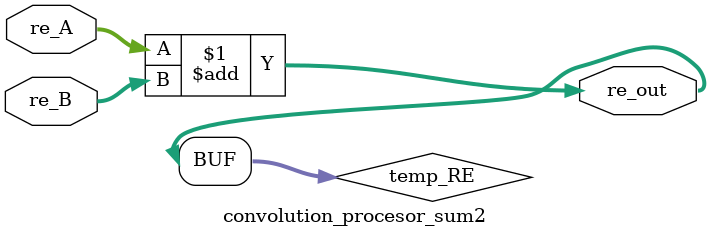
<source format=sv>
`timescale 1ns / 1ps
/*	
   ===================================================================
   Module Name  : adder 
      
   Filename     : convolution_procesor_sum2.sv
   Type         : Verilog Module
   
   Description  : 
                  adder with independent buses.
                  Input A  :  "DATA_WIDTH_A" length word.
						Input B	:	"DATA_WIDTH_B" length word.
                  Output   :  "DATA_WIDTH_O" length word.
                  
                  Designer must take care of overflow. 
                  We recommend to instantiate a "DATA WIDTH" length adder for "DATA WIDTH-1" length inputs.
                  
   -----------------------------------------------------------------------------
   Clocks      : -
   Reset       : -
   Parameters  :   
         NAME                         Comments                                            Default
         -------------------------------------------------------------------------------------------
         DATA_WIDTH              Number of data bits for inputs and outputs               22 
         -------------------------------------------------------------------------------------------
   Version     : 1.0
   Data        : 14 Nov 2018
   Revision    : -
   Reviser     : -		
   ------------------------------------------------------------------------------
      Modification Log "please register all the modifications in this area"
      (D/M/Y)  
      Data        : 03 May 2024
   ----------------------
   // Instance template
   ----------------------
   convolution_procesor_sum2
   #(
      .DATA_WIDTH_A    ()
		.DATA_WIDTH_B    ()
		.DATA_WIDTH_O    ()
   )
   "MODULE_NAME"
   (
       .re_A      (),
       .re_B      (),
       .re_out    ()
   );
*/


module convolution_procesor_sum2
#(
   parameter DATA_WIDTH_A = 22,
   parameter DATA_WIDTH_B = 22,
   parameter DATA_WIDTH_O = 22
)(
    input  [DATA_WIDTH_A-1 : 0] re_A,
	 input [DATA_WIDTH_B-1 : 0] re_B,
    output [DATA_WIDTH_O-1 : 0] re_out
);
	
	wire signed [DATA_WIDTH_O-1: 0] temp_RE;
	
	assign temp_RE = re_A + re_B;
	
	assign re_out = temp_RE;
	
endmodule


</source>
